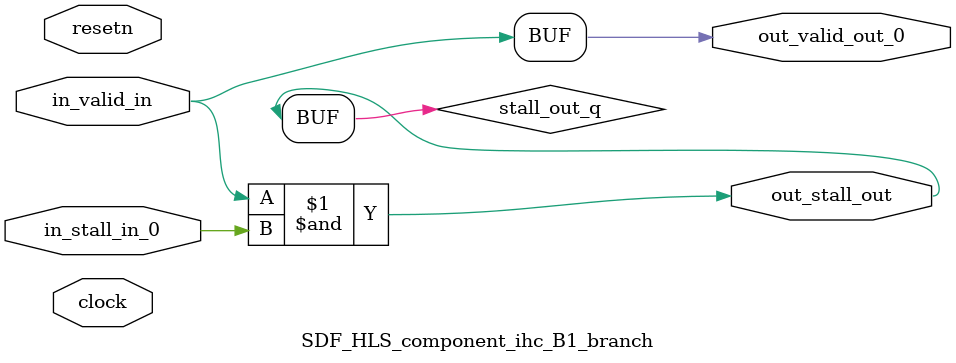
<source format=sv>



(* altera_attribute = "-name AUTO_SHIFT_REGISTER_RECOGNITION OFF; -name MESSAGE_DISABLE 10036; -name MESSAGE_DISABLE 10037; -name MESSAGE_DISABLE 14130; -name MESSAGE_DISABLE 14320; -name MESSAGE_DISABLE 15400; -name MESSAGE_DISABLE 14130; -name MESSAGE_DISABLE 10036; -name MESSAGE_DISABLE 12020; -name MESSAGE_DISABLE 12030; -name MESSAGE_DISABLE 12010; -name MESSAGE_DISABLE 12110; -name MESSAGE_DISABLE 14320; -name MESSAGE_DISABLE 13410; -name MESSAGE_DISABLE 113007; -name MESSAGE_DISABLE 10958" *)
module SDF_HLS_component_ihc_B1_branch (
    input wire [0:0] in_stall_in_0,
    input wire [0:0] in_valid_in,
    output wire [0:0] out_stall_out,
    output wire [0:0] out_valid_out_0,
    input wire clock,
    input wire resetn
    );

    wire [0:0] stall_out_q;


    // stall_out(LOGICAL,6)
    assign stall_out_q = in_valid_in & in_stall_in_0;

    // out_stall_out(GPOUT,4)
    assign out_stall_out = stall_out_q;

    // out_valid_out_0(GPOUT,5)
    assign out_valid_out_0 = in_valid_in;

endmodule

</source>
